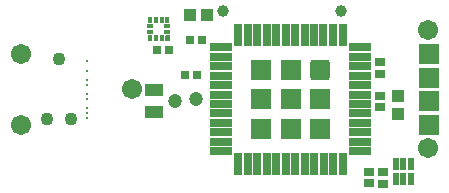
<source format=gbs>
G04*
G04 #@! TF.GenerationSoftware,Altium Limited,Altium Designer,19.1.5 (86)*
G04*
G04 Layer_Color=16711935*
%FSAX25Y25*%
%MOIN*%
G70*
G01*
G75*
%ADD34R,0.03320X0.03162*%
%ADD36R,0.02769X0.03162*%
%ADD44R,0.03950X0.03950*%
%ADD47R,0.03950X0.03950*%
%ADD48C,0.06706*%
%ADD49C,0.03950*%
%ADD50C,0.00800*%
%ADD51C,0.04343*%
%ADD70C,0.04724*%
%ADD75R,0.06706X0.06706*%
%ADD76R,0.05918X0.04343*%
%ADD77R,0.01883X0.01784*%
%ADD78R,0.01784X0.01883*%
%ADD79R,0.01194X0.01194*%
%ADD80R,0.02375X0.04343*%
%ADD81R,0.06706X0.06706*%
G04:AMPARAMS|DCode=82|XSize=67.06mil|YSize=67.06mil|CornerRadius=9.91mil|HoleSize=0mil|Usage=FLASHONLY|Rotation=180.000|XOffset=0mil|YOffset=0mil|HoleType=Round|Shape=RoundedRectangle|*
%AMROUNDEDRECTD82*
21,1,0.06706,0.04724,0,0,180.0*
21,1,0.04724,0.06706,0,0,180.0*
1,1,0.01981,-0.02362,0.02362*
1,1,0.01981,0.02362,0.02362*
1,1,0.01981,0.02362,-0.02362*
1,1,0.01981,-0.02362,-0.02362*
%
%ADD82ROUNDEDRECTD82*%
%ADD83R,0.02769X0.07493*%
%ADD84R,0.07493X0.02769*%
G36*
X0129043Y0171365D02*
X0129096Y0171362D01*
X0129116Y0171358D01*
X0129147Y0171352D01*
X0129197Y0171335D01*
X0129244Y0171312D01*
D01*
X0129244Y0171312D01*
X0129258Y0171302D01*
X0129287Y0171283D01*
X0129327Y0171248D01*
X0129327Y0171248D01*
X0129327Y0171248D01*
X0129361Y0171209D01*
X0129381Y0171180D01*
X0129391Y0171165D01*
X0129391Y0171165D01*
D01*
X0129414Y0171118D01*
X0129430Y0171068D01*
X0129437Y0171037D01*
X0129441Y0171017D01*
X0129444Y0170965D01*
Y0169882D01*
X0129441Y0169830D01*
X0129430Y0169778D01*
X0129414Y0169729D01*
X0129391Y0169681D01*
X0129361Y0169638D01*
X0129327Y0169598D01*
X0129287Y0169564D01*
X0129244Y0169535D01*
X0129197Y0169511D01*
X0129147Y0169495D01*
X0129096Y0169484D01*
X0129043Y0169481D01*
X0128059D01*
X0128032Y0169483D01*
X0128007Y0169484D01*
X0128007Y0169484D01*
X0128007D01*
X0127981Y0169490D01*
X0127955Y0169495D01*
X0127955Y0169495D01*
X0127955Y0169495D01*
X0127937Y0169501D01*
X0127906Y0169511D01*
X0127906Y0169511D01*
X0127906Y0169511D01*
X0127884Y0169522D01*
X0127859Y0169535D01*
X0127859Y0169535D01*
X0127859Y0169535D01*
X0127841Y0169546D01*
X0127815Y0169564D01*
X0127815Y0169564D01*
X0127815Y0169564D01*
X0127803Y0169574D01*
X0127776Y0169598D01*
X0127776Y0169598D01*
X0127776Y0169598D01*
X0127751Y0169626D01*
X0127741Y0169638D01*
X0127741Y0169638D01*
X0127741Y0169638D01*
X0127724Y0169664D01*
X0127712Y0169681D01*
X0127712Y0169681D01*
X0127712Y0169681D01*
X0127699Y0169707D01*
X0127689Y0169728D01*
X0127689Y0169728D01*
X0127689Y0169729D01*
X0127678Y0169759D01*
X0127672Y0169778D01*
X0127672Y0169778D01*
X0127672Y0169778D01*
X0127667Y0169804D01*
X0127662Y0169829D01*
Y0169829D01*
X0127662Y0169830D01*
X0127660Y0169854D01*
X0127658Y0169882D01*
X0127658Y0170620D01*
Y0170620D01*
Y0170620D01*
X0127660Y0170647D01*
X0127662Y0170672D01*
X0127662Y0170672D01*
Y0170672D01*
X0127666Y0170697D01*
X0127672Y0170724D01*
X0127672Y0170724D01*
X0127672Y0170724D01*
X0127681Y0170752D01*
X0127689Y0170773D01*
X0127689Y0170773D01*
X0127689Y0170773D01*
X0127703Y0170803D01*
X0127712Y0170820D01*
X0127712Y0170820D01*
X0127712Y0170820D01*
X0127724Y0170838D01*
X0127741Y0170864D01*
X0127741Y0170864D01*
X0127741Y0170864D01*
X0127751Y0170876D01*
X0127775Y0170903D01*
X0127776Y0170903D01*
X0127776Y0170903D01*
X0128120Y0171248D01*
X0128120Y0171248D01*
X0128120Y0171248D01*
X0128160Y0171283D01*
X0128189Y0171302D01*
X0128203Y0171312D01*
X0128203Y0171312D01*
D01*
X0128204Y0171312D01*
X0128250Y0171335D01*
X0128253Y0171336D01*
X0128300Y0171352D01*
X0128331Y0171358D01*
X0128351Y0171362D01*
X0128404Y0171365D01*
X0128404D01*
X0128404D01*
X0129043Y0171365D01*
D02*
G37*
D34*
X0195598Y0125748D02*
D03*
Y0121968D02*
D03*
X0200441Y0121890D02*
D03*
Y0125669D02*
D03*
X0199535Y0158504D02*
D03*
Y0162284D02*
D03*
Y0151260D02*
D03*
Y0147480D02*
D03*
D36*
X0138315Y0158031D02*
D03*
X0134378D02*
D03*
X0136150Y0169803D02*
D03*
X0140087D02*
D03*
X0129063Y0166496D02*
D03*
X0125126D02*
D03*
D44*
X0141819Y0178228D02*
D03*
X0135913D02*
D03*
D47*
X0205244Y0151181D02*
D03*
Y0145276D02*
D03*
D48*
X0116858Y0153307D02*
D03*
X0215268Y0172992D02*
D03*
Y0133622D02*
D03*
X0079654Y0141496D02*
D03*
Y0165118D02*
D03*
D49*
X0186386Y0179528D02*
D03*
X0147016D02*
D03*
D50*
X0101701Y0145433D02*
D03*
X0101701Y0150157D02*
D03*
X0101701Y0143858D02*
D03*
Y0147008D02*
D03*
Y0162756D02*
D03*
Y0159606D02*
D03*
X0101701Y0151732D02*
D03*
Y0156457D02*
D03*
Y0154882D02*
D03*
D51*
X0092390Y0163583D02*
D03*
X0096390Y0143583D02*
D03*
X0088390D02*
D03*
D70*
X0138006Y0150197D02*
D03*
X0131071Y0149449D02*
D03*
D75*
X0215638Y0141496D02*
D03*
Y0149370D02*
D03*
Y0157244D02*
D03*
Y0165118D02*
D03*
D76*
X0124221Y0145709D02*
D03*
Y0153189D02*
D03*
D77*
X0128551Y0172402D02*
D03*
Y0174370D02*
D03*
X0122646D02*
D03*
X0122646Y0172402D02*
D03*
D78*
X0128551Y0176339D02*
D03*
X0126583D02*
D03*
X0124614D02*
D03*
X0122646D02*
D03*
Y0170433D02*
D03*
X0124614D02*
D03*
X0126583D02*
D03*
D79*
X0128551D02*
D03*
D80*
X0204575Y0123346D02*
D03*
X0207134D02*
D03*
X0209693D02*
D03*
Y0128465D02*
D03*
X0207134D02*
D03*
X0204575D02*
D03*
D81*
X0159724Y0140197D02*
D03*
X0169567Y0140197D02*
D03*
X0179508Y0140197D02*
D03*
X0159724Y0150039D02*
D03*
X0169567D02*
D03*
X0179409Y0150039D02*
D03*
X0159724Y0159882D02*
D03*
X0169567Y0159882D02*
D03*
D82*
X0179409Y0159882D02*
D03*
D83*
X0186898Y0171516D02*
D03*
X0183709D02*
D03*
X0180559D02*
D03*
X0177409D02*
D03*
X0174260D02*
D03*
X0171110D02*
D03*
X0167961D02*
D03*
X0164811D02*
D03*
X0161661D02*
D03*
X0158512D02*
D03*
X0155402D02*
D03*
X0152213D02*
D03*
X0152055Y0128583D02*
D03*
X0155366Y0128583D02*
D03*
X0158543Y0128583D02*
D03*
X0161693Y0128587D02*
D03*
X0164842Y0128587D02*
D03*
X0167992Y0128583D02*
D03*
X0171142D02*
D03*
X0174291Y0128583D02*
D03*
X0177441Y0128583D02*
D03*
X0180591D02*
D03*
X0183740Y0128583D02*
D03*
X0186898Y0128583D02*
D03*
D84*
X0146346Y0167382D02*
D03*
Y0164232D02*
D03*
Y0161043D02*
D03*
Y0157933D02*
D03*
Y0154783D02*
D03*
Y0151594D02*
D03*
X0146339Y0148465D02*
D03*
Y0145315D02*
D03*
X0146339Y0142165D02*
D03*
X0146339Y0139028D02*
D03*
X0146339Y0135870D02*
D03*
Y0132717D02*
D03*
X0192803Y0132736D02*
D03*
Y0135846D02*
D03*
Y0139035D02*
D03*
Y0142146D02*
D03*
Y0145295D02*
D03*
Y0148484D02*
D03*
Y0151594D02*
D03*
Y0154744D02*
D03*
Y0157894D02*
D03*
Y0161043D02*
D03*
Y0164232D02*
D03*
Y0167382D02*
D03*
M02*

</source>
